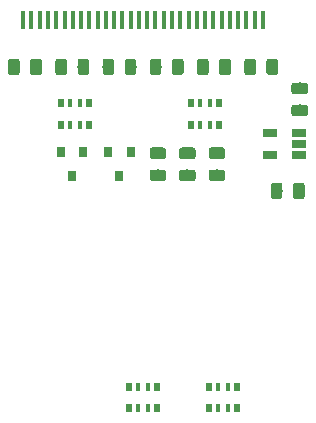
<source format=gbr>
G04 #@! TF.GenerationSoftware,KiCad,Pcbnew,(5.0.2)-1*
G04 #@! TF.CreationDate,2019-03-24T20:45:22+01:00*
G04 #@! TF.ProjectId,TaggerKeypadDisplay,54616767-6572-44b6-9579-706164446973,rev?*
G04 #@! TF.SameCoordinates,Original*
G04 #@! TF.FileFunction,Paste,Top*
G04 #@! TF.FilePolarity,Positive*
%FSLAX46Y46*%
G04 Gerber Fmt 4.6, Leading zero omitted, Abs format (unit mm)*
G04 Created by KiCad (PCBNEW (5.0.2)-1) date 24.03.2019 20:45:22*
%MOMM*%
%LPD*%
G01*
G04 APERTURE LIST*
%ADD10C,0.100000*%
%ADD11C,0.975000*%
%ADD12R,0.800000X0.900000*%
%ADD13R,0.500000X0.800000*%
%ADD14R,0.400000X0.800000*%
%ADD15R,1.170000X0.670000*%
%ADD16R,0.350000X1.600000*%
G04 APERTURE END LIST*
D10*
G04 #@! TO.C,C1*
G36*
X62730142Y-49326174D02*
X62753803Y-49329684D01*
X62777007Y-49335496D01*
X62799529Y-49343554D01*
X62821153Y-49353782D01*
X62841670Y-49366079D01*
X62860883Y-49380329D01*
X62878607Y-49396393D01*
X62894671Y-49414117D01*
X62908921Y-49433330D01*
X62921218Y-49453847D01*
X62931446Y-49475471D01*
X62939504Y-49497993D01*
X62945316Y-49521197D01*
X62948826Y-49544858D01*
X62950000Y-49568750D01*
X62950000Y-50056250D01*
X62948826Y-50080142D01*
X62945316Y-50103803D01*
X62939504Y-50127007D01*
X62931446Y-50149529D01*
X62921218Y-50171153D01*
X62908921Y-50191670D01*
X62894671Y-50210883D01*
X62878607Y-50228607D01*
X62860883Y-50244671D01*
X62841670Y-50258921D01*
X62821153Y-50271218D01*
X62799529Y-50281446D01*
X62777007Y-50289504D01*
X62753803Y-50295316D01*
X62730142Y-50298826D01*
X62706250Y-50300000D01*
X61793750Y-50300000D01*
X61769858Y-50298826D01*
X61746197Y-50295316D01*
X61722993Y-50289504D01*
X61700471Y-50281446D01*
X61678847Y-50271218D01*
X61658330Y-50258921D01*
X61639117Y-50244671D01*
X61621393Y-50228607D01*
X61605329Y-50210883D01*
X61591079Y-50191670D01*
X61578782Y-50171153D01*
X61568554Y-50149529D01*
X61560496Y-50127007D01*
X61554684Y-50103803D01*
X61551174Y-50080142D01*
X61550000Y-50056250D01*
X61550000Y-49568750D01*
X61551174Y-49544858D01*
X61554684Y-49521197D01*
X61560496Y-49497993D01*
X61568554Y-49475471D01*
X61578782Y-49453847D01*
X61591079Y-49433330D01*
X61605329Y-49414117D01*
X61621393Y-49396393D01*
X61639117Y-49380329D01*
X61658330Y-49366079D01*
X61678847Y-49353782D01*
X61700471Y-49343554D01*
X61722993Y-49335496D01*
X61746197Y-49329684D01*
X61769858Y-49326174D01*
X61793750Y-49325000D01*
X62706250Y-49325000D01*
X62730142Y-49326174D01*
X62730142Y-49326174D01*
G37*
D11*
X62250000Y-49812500D03*
D10*
G36*
X62730142Y-51201174D02*
X62753803Y-51204684D01*
X62777007Y-51210496D01*
X62799529Y-51218554D01*
X62821153Y-51228782D01*
X62841670Y-51241079D01*
X62860883Y-51255329D01*
X62878607Y-51271393D01*
X62894671Y-51289117D01*
X62908921Y-51308330D01*
X62921218Y-51328847D01*
X62931446Y-51350471D01*
X62939504Y-51372993D01*
X62945316Y-51396197D01*
X62948826Y-51419858D01*
X62950000Y-51443750D01*
X62950000Y-51931250D01*
X62948826Y-51955142D01*
X62945316Y-51978803D01*
X62939504Y-52002007D01*
X62931446Y-52024529D01*
X62921218Y-52046153D01*
X62908921Y-52066670D01*
X62894671Y-52085883D01*
X62878607Y-52103607D01*
X62860883Y-52119671D01*
X62841670Y-52133921D01*
X62821153Y-52146218D01*
X62799529Y-52156446D01*
X62777007Y-52164504D01*
X62753803Y-52170316D01*
X62730142Y-52173826D01*
X62706250Y-52175000D01*
X61793750Y-52175000D01*
X61769858Y-52173826D01*
X61746197Y-52170316D01*
X61722993Y-52164504D01*
X61700471Y-52156446D01*
X61678847Y-52146218D01*
X61658330Y-52133921D01*
X61639117Y-52119671D01*
X61621393Y-52103607D01*
X61605329Y-52085883D01*
X61591079Y-52066670D01*
X61578782Y-52046153D01*
X61568554Y-52024529D01*
X61560496Y-52002007D01*
X61554684Y-51978803D01*
X61551174Y-51955142D01*
X61550000Y-51931250D01*
X61550000Y-51443750D01*
X61551174Y-51419858D01*
X61554684Y-51396197D01*
X61560496Y-51372993D01*
X61568554Y-51350471D01*
X61578782Y-51328847D01*
X61591079Y-51308330D01*
X61605329Y-51289117D01*
X61621393Y-51271393D01*
X61639117Y-51255329D01*
X61658330Y-51241079D01*
X61678847Y-51228782D01*
X61700471Y-51218554D01*
X61722993Y-51210496D01*
X61746197Y-51204684D01*
X61769858Y-51201174D01*
X61793750Y-51200000D01*
X62706250Y-51200000D01*
X62730142Y-51201174D01*
X62730142Y-51201174D01*
G37*
D11*
X62250000Y-51687500D03*
G04 #@! TD*
D10*
G04 #@! TO.C,C2*
G36*
X60580142Y-57801174D02*
X60603803Y-57804684D01*
X60627007Y-57810496D01*
X60649529Y-57818554D01*
X60671153Y-57828782D01*
X60691670Y-57841079D01*
X60710883Y-57855329D01*
X60728607Y-57871393D01*
X60744671Y-57889117D01*
X60758921Y-57908330D01*
X60771218Y-57928847D01*
X60781446Y-57950471D01*
X60789504Y-57972993D01*
X60795316Y-57996197D01*
X60798826Y-58019858D01*
X60800000Y-58043750D01*
X60800000Y-58956250D01*
X60798826Y-58980142D01*
X60795316Y-59003803D01*
X60789504Y-59027007D01*
X60781446Y-59049529D01*
X60771218Y-59071153D01*
X60758921Y-59091670D01*
X60744671Y-59110883D01*
X60728607Y-59128607D01*
X60710883Y-59144671D01*
X60691670Y-59158921D01*
X60671153Y-59171218D01*
X60649529Y-59181446D01*
X60627007Y-59189504D01*
X60603803Y-59195316D01*
X60580142Y-59198826D01*
X60556250Y-59200000D01*
X60068750Y-59200000D01*
X60044858Y-59198826D01*
X60021197Y-59195316D01*
X59997993Y-59189504D01*
X59975471Y-59181446D01*
X59953847Y-59171218D01*
X59933330Y-59158921D01*
X59914117Y-59144671D01*
X59896393Y-59128607D01*
X59880329Y-59110883D01*
X59866079Y-59091670D01*
X59853782Y-59071153D01*
X59843554Y-59049529D01*
X59835496Y-59027007D01*
X59829684Y-59003803D01*
X59826174Y-58980142D01*
X59825000Y-58956250D01*
X59825000Y-58043750D01*
X59826174Y-58019858D01*
X59829684Y-57996197D01*
X59835496Y-57972993D01*
X59843554Y-57950471D01*
X59853782Y-57928847D01*
X59866079Y-57908330D01*
X59880329Y-57889117D01*
X59896393Y-57871393D01*
X59914117Y-57855329D01*
X59933330Y-57841079D01*
X59953847Y-57828782D01*
X59975471Y-57818554D01*
X59997993Y-57810496D01*
X60021197Y-57804684D01*
X60044858Y-57801174D01*
X60068750Y-57800000D01*
X60556250Y-57800000D01*
X60580142Y-57801174D01*
X60580142Y-57801174D01*
G37*
D11*
X60312500Y-58500000D03*
D10*
G36*
X62455142Y-57801174D02*
X62478803Y-57804684D01*
X62502007Y-57810496D01*
X62524529Y-57818554D01*
X62546153Y-57828782D01*
X62566670Y-57841079D01*
X62585883Y-57855329D01*
X62603607Y-57871393D01*
X62619671Y-57889117D01*
X62633921Y-57908330D01*
X62646218Y-57928847D01*
X62656446Y-57950471D01*
X62664504Y-57972993D01*
X62670316Y-57996197D01*
X62673826Y-58019858D01*
X62675000Y-58043750D01*
X62675000Y-58956250D01*
X62673826Y-58980142D01*
X62670316Y-59003803D01*
X62664504Y-59027007D01*
X62656446Y-59049529D01*
X62646218Y-59071153D01*
X62633921Y-59091670D01*
X62619671Y-59110883D01*
X62603607Y-59128607D01*
X62585883Y-59144671D01*
X62566670Y-59158921D01*
X62546153Y-59171218D01*
X62524529Y-59181446D01*
X62502007Y-59189504D01*
X62478803Y-59195316D01*
X62455142Y-59198826D01*
X62431250Y-59200000D01*
X61943750Y-59200000D01*
X61919858Y-59198826D01*
X61896197Y-59195316D01*
X61872993Y-59189504D01*
X61850471Y-59181446D01*
X61828847Y-59171218D01*
X61808330Y-59158921D01*
X61789117Y-59144671D01*
X61771393Y-59128607D01*
X61755329Y-59110883D01*
X61741079Y-59091670D01*
X61728782Y-59071153D01*
X61718554Y-59049529D01*
X61710496Y-59027007D01*
X61704684Y-59003803D01*
X61701174Y-58980142D01*
X61700000Y-58956250D01*
X61700000Y-58043750D01*
X61701174Y-58019858D01*
X61704684Y-57996197D01*
X61710496Y-57972993D01*
X61718554Y-57950471D01*
X61728782Y-57928847D01*
X61741079Y-57908330D01*
X61755329Y-57889117D01*
X61771393Y-57871393D01*
X61789117Y-57855329D01*
X61808330Y-57841079D01*
X61828847Y-57828782D01*
X61850471Y-57818554D01*
X61872993Y-57810496D01*
X61896197Y-57804684D01*
X61919858Y-57801174D01*
X61943750Y-57800000D01*
X62431250Y-57800000D01*
X62455142Y-57801174D01*
X62455142Y-57801174D01*
G37*
D11*
X62187500Y-58500000D03*
G04 #@! TD*
D10*
G04 #@! TO.C,C3*
G36*
X40205142Y-47301174D02*
X40228803Y-47304684D01*
X40252007Y-47310496D01*
X40274529Y-47318554D01*
X40296153Y-47328782D01*
X40316670Y-47341079D01*
X40335883Y-47355329D01*
X40353607Y-47371393D01*
X40369671Y-47389117D01*
X40383921Y-47408330D01*
X40396218Y-47428847D01*
X40406446Y-47450471D01*
X40414504Y-47472993D01*
X40420316Y-47496197D01*
X40423826Y-47519858D01*
X40425000Y-47543750D01*
X40425000Y-48456250D01*
X40423826Y-48480142D01*
X40420316Y-48503803D01*
X40414504Y-48527007D01*
X40406446Y-48549529D01*
X40396218Y-48571153D01*
X40383921Y-48591670D01*
X40369671Y-48610883D01*
X40353607Y-48628607D01*
X40335883Y-48644671D01*
X40316670Y-48658921D01*
X40296153Y-48671218D01*
X40274529Y-48681446D01*
X40252007Y-48689504D01*
X40228803Y-48695316D01*
X40205142Y-48698826D01*
X40181250Y-48700000D01*
X39693750Y-48700000D01*
X39669858Y-48698826D01*
X39646197Y-48695316D01*
X39622993Y-48689504D01*
X39600471Y-48681446D01*
X39578847Y-48671218D01*
X39558330Y-48658921D01*
X39539117Y-48644671D01*
X39521393Y-48628607D01*
X39505329Y-48610883D01*
X39491079Y-48591670D01*
X39478782Y-48571153D01*
X39468554Y-48549529D01*
X39460496Y-48527007D01*
X39454684Y-48503803D01*
X39451174Y-48480142D01*
X39450000Y-48456250D01*
X39450000Y-47543750D01*
X39451174Y-47519858D01*
X39454684Y-47496197D01*
X39460496Y-47472993D01*
X39468554Y-47450471D01*
X39478782Y-47428847D01*
X39491079Y-47408330D01*
X39505329Y-47389117D01*
X39521393Y-47371393D01*
X39539117Y-47355329D01*
X39558330Y-47341079D01*
X39578847Y-47328782D01*
X39600471Y-47318554D01*
X39622993Y-47310496D01*
X39646197Y-47304684D01*
X39669858Y-47301174D01*
X39693750Y-47300000D01*
X40181250Y-47300000D01*
X40205142Y-47301174D01*
X40205142Y-47301174D01*
G37*
D11*
X39937500Y-48000000D03*
D10*
G36*
X38330142Y-47301174D02*
X38353803Y-47304684D01*
X38377007Y-47310496D01*
X38399529Y-47318554D01*
X38421153Y-47328782D01*
X38441670Y-47341079D01*
X38460883Y-47355329D01*
X38478607Y-47371393D01*
X38494671Y-47389117D01*
X38508921Y-47408330D01*
X38521218Y-47428847D01*
X38531446Y-47450471D01*
X38539504Y-47472993D01*
X38545316Y-47496197D01*
X38548826Y-47519858D01*
X38550000Y-47543750D01*
X38550000Y-48456250D01*
X38548826Y-48480142D01*
X38545316Y-48503803D01*
X38539504Y-48527007D01*
X38531446Y-48549529D01*
X38521218Y-48571153D01*
X38508921Y-48591670D01*
X38494671Y-48610883D01*
X38478607Y-48628607D01*
X38460883Y-48644671D01*
X38441670Y-48658921D01*
X38421153Y-48671218D01*
X38399529Y-48681446D01*
X38377007Y-48689504D01*
X38353803Y-48695316D01*
X38330142Y-48698826D01*
X38306250Y-48700000D01*
X37818750Y-48700000D01*
X37794858Y-48698826D01*
X37771197Y-48695316D01*
X37747993Y-48689504D01*
X37725471Y-48681446D01*
X37703847Y-48671218D01*
X37683330Y-48658921D01*
X37664117Y-48644671D01*
X37646393Y-48628607D01*
X37630329Y-48610883D01*
X37616079Y-48591670D01*
X37603782Y-48571153D01*
X37593554Y-48549529D01*
X37585496Y-48527007D01*
X37579684Y-48503803D01*
X37576174Y-48480142D01*
X37575000Y-48456250D01*
X37575000Y-47543750D01*
X37576174Y-47519858D01*
X37579684Y-47496197D01*
X37585496Y-47472993D01*
X37593554Y-47450471D01*
X37603782Y-47428847D01*
X37616079Y-47408330D01*
X37630329Y-47389117D01*
X37646393Y-47371393D01*
X37664117Y-47355329D01*
X37683330Y-47341079D01*
X37703847Y-47328782D01*
X37725471Y-47318554D01*
X37747993Y-47310496D01*
X37771197Y-47304684D01*
X37794858Y-47301174D01*
X37818750Y-47300000D01*
X38306250Y-47300000D01*
X38330142Y-47301174D01*
X38330142Y-47301174D01*
G37*
D11*
X38062500Y-48000000D03*
G04 #@! TD*
D10*
G04 #@! TO.C,C4*
G36*
X42330142Y-47301174D02*
X42353803Y-47304684D01*
X42377007Y-47310496D01*
X42399529Y-47318554D01*
X42421153Y-47328782D01*
X42441670Y-47341079D01*
X42460883Y-47355329D01*
X42478607Y-47371393D01*
X42494671Y-47389117D01*
X42508921Y-47408330D01*
X42521218Y-47428847D01*
X42531446Y-47450471D01*
X42539504Y-47472993D01*
X42545316Y-47496197D01*
X42548826Y-47519858D01*
X42550000Y-47543750D01*
X42550000Y-48456250D01*
X42548826Y-48480142D01*
X42545316Y-48503803D01*
X42539504Y-48527007D01*
X42531446Y-48549529D01*
X42521218Y-48571153D01*
X42508921Y-48591670D01*
X42494671Y-48610883D01*
X42478607Y-48628607D01*
X42460883Y-48644671D01*
X42441670Y-48658921D01*
X42421153Y-48671218D01*
X42399529Y-48681446D01*
X42377007Y-48689504D01*
X42353803Y-48695316D01*
X42330142Y-48698826D01*
X42306250Y-48700000D01*
X41818750Y-48700000D01*
X41794858Y-48698826D01*
X41771197Y-48695316D01*
X41747993Y-48689504D01*
X41725471Y-48681446D01*
X41703847Y-48671218D01*
X41683330Y-48658921D01*
X41664117Y-48644671D01*
X41646393Y-48628607D01*
X41630329Y-48610883D01*
X41616079Y-48591670D01*
X41603782Y-48571153D01*
X41593554Y-48549529D01*
X41585496Y-48527007D01*
X41579684Y-48503803D01*
X41576174Y-48480142D01*
X41575000Y-48456250D01*
X41575000Y-47543750D01*
X41576174Y-47519858D01*
X41579684Y-47496197D01*
X41585496Y-47472993D01*
X41593554Y-47450471D01*
X41603782Y-47428847D01*
X41616079Y-47408330D01*
X41630329Y-47389117D01*
X41646393Y-47371393D01*
X41664117Y-47355329D01*
X41683330Y-47341079D01*
X41703847Y-47328782D01*
X41725471Y-47318554D01*
X41747993Y-47310496D01*
X41771197Y-47304684D01*
X41794858Y-47301174D01*
X41818750Y-47300000D01*
X42306250Y-47300000D01*
X42330142Y-47301174D01*
X42330142Y-47301174D01*
G37*
D11*
X42062500Y-48000000D03*
D10*
G36*
X44205142Y-47301174D02*
X44228803Y-47304684D01*
X44252007Y-47310496D01*
X44274529Y-47318554D01*
X44296153Y-47328782D01*
X44316670Y-47341079D01*
X44335883Y-47355329D01*
X44353607Y-47371393D01*
X44369671Y-47389117D01*
X44383921Y-47408330D01*
X44396218Y-47428847D01*
X44406446Y-47450471D01*
X44414504Y-47472993D01*
X44420316Y-47496197D01*
X44423826Y-47519858D01*
X44425000Y-47543750D01*
X44425000Y-48456250D01*
X44423826Y-48480142D01*
X44420316Y-48503803D01*
X44414504Y-48527007D01*
X44406446Y-48549529D01*
X44396218Y-48571153D01*
X44383921Y-48591670D01*
X44369671Y-48610883D01*
X44353607Y-48628607D01*
X44335883Y-48644671D01*
X44316670Y-48658921D01*
X44296153Y-48671218D01*
X44274529Y-48681446D01*
X44252007Y-48689504D01*
X44228803Y-48695316D01*
X44205142Y-48698826D01*
X44181250Y-48700000D01*
X43693750Y-48700000D01*
X43669858Y-48698826D01*
X43646197Y-48695316D01*
X43622993Y-48689504D01*
X43600471Y-48681446D01*
X43578847Y-48671218D01*
X43558330Y-48658921D01*
X43539117Y-48644671D01*
X43521393Y-48628607D01*
X43505329Y-48610883D01*
X43491079Y-48591670D01*
X43478782Y-48571153D01*
X43468554Y-48549529D01*
X43460496Y-48527007D01*
X43454684Y-48503803D01*
X43451174Y-48480142D01*
X43450000Y-48456250D01*
X43450000Y-47543750D01*
X43451174Y-47519858D01*
X43454684Y-47496197D01*
X43460496Y-47472993D01*
X43468554Y-47450471D01*
X43478782Y-47428847D01*
X43491079Y-47408330D01*
X43505329Y-47389117D01*
X43521393Y-47371393D01*
X43539117Y-47355329D01*
X43558330Y-47341079D01*
X43578847Y-47328782D01*
X43600471Y-47318554D01*
X43622993Y-47310496D01*
X43646197Y-47304684D01*
X43669858Y-47301174D01*
X43693750Y-47300000D01*
X44181250Y-47300000D01*
X44205142Y-47301174D01*
X44205142Y-47301174D01*
G37*
D11*
X43937500Y-48000000D03*
G04 #@! TD*
D10*
G04 #@! TO.C,C5*
G36*
X48205142Y-47301174D02*
X48228803Y-47304684D01*
X48252007Y-47310496D01*
X48274529Y-47318554D01*
X48296153Y-47328782D01*
X48316670Y-47341079D01*
X48335883Y-47355329D01*
X48353607Y-47371393D01*
X48369671Y-47389117D01*
X48383921Y-47408330D01*
X48396218Y-47428847D01*
X48406446Y-47450471D01*
X48414504Y-47472993D01*
X48420316Y-47496197D01*
X48423826Y-47519858D01*
X48425000Y-47543750D01*
X48425000Y-48456250D01*
X48423826Y-48480142D01*
X48420316Y-48503803D01*
X48414504Y-48527007D01*
X48406446Y-48549529D01*
X48396218Y-48571153D01*
X48383921Y-48591670D01*
X48369671Y-48610883D01*
X48353607Y-48628607D01*
X48335883Y-48644671D01*
X48316670Y-48658921D01*
X48296153Y-48671218D01*
X48274529Y-48681446D01*
X48252007Y-48689504D01*
X48228803Y-48695316D01*
X48205142Y-48698826D01*
X48181250Y-48700000D01*
X47693750Y-48700000D01*
X47669858Y-48698826D01*
X47646197Y-48695316D01*
X47622993Y-48689504D01*
X47600471Y-48681446D01*
X47578847Y-48671218D01*
X47558330Y-48658921D01*
X47539117Y-48644671D01*
X47521393Y-48628607D01*
X47505329Y-48610883D01*
X47491079Y-48591670D01*
X47478782Y-48571153D01*
X47468554Y-48549529D01*
X47460496Y-48527007D01*
X47454684Y-48503803D01*
X47451174Y-48480142D01*
X47450000Y-48456250D01*
X47450000Y-47543750D01*
X47451174Y-47519858D01*
X47454684Y-47496197D01*
X47460496Y-47472993D01*
X47468554Y-47450471D01*
X47478782Y-47428847D01*
X47491079Y-47408330D01*
X47505329Y-47389117D01*
X47521393Y-47371393D01*
X47539117Y-47355329D01*
X47558330Y-47341079D01*
X47578847Y-47328782D01*
X47600471Y-47318554D01*
X47622993Y-47310496D01*
X47646197Y-47304684D01*
X47669858Y-47301174D01*
X47693750Y-47300000D01*
X48181250Y-47300000D01*
X48205142Y-47301174D01*
X48205142Y-47301174D01*
G37*
D11*
X47937500Y-48000000D03*
D10*
G36*
X46330142Y-47301174D02*
X46353803Y-47304684D01*
X46377007Y-47310496D01*
X46399529Y-47318554D01*
X46421153Y-47328782D01*
X46441670Y-47341079D01*
X46460883Y-47355329D01*
X46478607Y-47371393D01*
X46494671Y-47389117D01*
X46508921Y-47408330D01*
X46521218Y-47428847D01*
X46531446Y-47450471D01*
X46539504Y-47472993D01*
X46545316Y-47496197D01*
X46548826Y-47519858D01*
X46550000Y-47543750D01*
X46550000Y-48456250D01*
X46548826Y-48480142D01*
X46545316Y-48503803D01*
X46539504Y-48527007D01*
X46531446Y-48549529D01*
X46521218Y-48571153D01*
X46508921Y-48591670D01*
X46494671Y-48610883D01*
X46478607Y-48628607D01*
X46460883Y-48644671D01*
X46441670Y-48658921D01*
X46421153Y-48671218D01*
X46399529Y-48681446D01*
X46377007Y-48689504D01*
X46353803Y-48695316D01*
X46330142Y-48698826D01*
X46306250Y-48700000D01*
X45818750Y-48700000D01*
X45794858Y-48698826D01*
X45771197Y-48695316D01*
X45747993Y-48689504D01*
X45725471Y-48681446D01*
X45703847Y-48671218D01*
X45683330Y-48658921D01*
X45664117Y-48644671D01*
X45646393Y-48628607D01*
X45630329Y-48610883D01*
X45616079Y-48591670D01*
X45603782Y-48571153D01*
X45593554Y-48549529D01*
X45585496Y-48527007D01*
X45579684Y-48503803D01*
X45576174Y-48480142D01*
X45575000Y-48456250D01*
X45575000Y-47543750D01*
X45576174Y-47519858D01*
X45579684Y-47496197D01*
X45585496Y-47472993D01*
X45593554Y-47450471D01*
X45603782Y-47428847D01*
X45616079Y-47408330D01*
X45630329Y-47389117D01*
X45646393Y-47371393D01*
X45664117Y-47355329D01*
X45683330Y-47341079D01*
X45703847Y-47328782D01*
X45725471Y-47318554D01*
X45747993Y-47310496D01*
X45771197Y-47304684D01*
X45794858Y-47301174D01*
X45818750Y-47300000D01*
X46306250Y-47300000D01*
X46330142Y-47301174D01*
X46330142Y-47301174D01*
G37*
D11*
X46062500Y-48000000D03*
G04 #@! TD*
D10*
G04 #@! TO.C,C6*
G36*
X50330142Y-47301174D02*
X50353803Y-47304684D01*
X50377007Y-47310496D01*
X50399529Y-47318554D01*
X50421153Y-47328782D01*
X50441670Y-47341079D01*
X50460883Y-47355329D01*
X50478607Y-47371393D01*
X50494671Y-47389117D01*
X50508921Y-47408330D01*
X50521218Y-47428847D01*
X50531446Y-47450471D01*
X50539504Y-47472993D01*
X50545316Y-47496197D01*
X50548826Y-47519858D01*
X50550000Y-47543750D01*
X50550000Y-48456250D01*
X50548826Y-48480142D01*
X50545316Y-48503803D01*
X50539504Y-48527007D01*
X50531446Y-48549529D01*
X50521218Y-48571153D01*
X50508921Y-48591670D01*
X50494671Y-48610883D01*
X50478607Y-48628607D01*
X50460883Y-48644671D01*
X50441670Y-48658921D01*
X50421153Y-48671218D01*
X50399529Y-48681446D01*
X50377007Y-48689504D01*
X50353803Y-48695316D01*
X50330142Y-48698826D01*
X50306250Y-48700000D01*
X49818750Y-48700000D01*
X49794858Y-48698826D01*
X49771197Y-48695316D01*
X49747993Y-48689504D01*
X49725471Y-48681446D01*
X49703847Y-48671218D01*
X49683330Y-48658921D01*
X49664117Y-48644671D01*
X49646393Y-48628607D01*
X49630329Y-48610883D01*
X49616079Y-48591670D01*
X49603782Y-48571153D01*
X49593554Y-48549529D01*
X49585496Y-48527007D01*
X49579684Y-48503803D01*
X49576174Y-48480142D01*
X49575000Y-48456250D01*
X49575000Y-47543750D01*
X49576174Y-47519858D01*
X49579684Y-47496197D01*
X49585496Y-47472993D01*
X49593554Y-47450471D01*
X49603782Y-47428847D01*
X49616079Y-47408330D01*
X49630329Y-47389117D01*
X49646393Y-47371393D01*
X49664117Y-47355329D01*
X49683330Y-47341079D01*
X49703847Y-47328782D01*
X49725471Y-47318554D01*
X49747993Y-47310496D01*
X49771197Y-47304684D01*
X49794858Y-47301174D01*
X49818750Y-47300000D01*
X50306250Y-47300000D01*
X50330142Y-47301174D01*
X50330142Y-47301174D01*
G37*
D11*
X50062500Y-48000000D03*
D10*
G36*
X52205142Y-47301174D02*
X52228803Y-47304684D01*
X52252007Y-47310496D01*
X52274529Y-47318554D01*
X52296153Y-47328782D01*
X52316670Y-47341079D01*
X52335883Y-47355329D01*
X52353607Y-47371393D01*
X52369671Y-47389117D01*
X52383921Y-47408330D01*
X52396218Y-47428847D01*
X52406446Y-47450471D01*
X52414504Y-47472993D01*
X52420316Y-47496197D01*
X52423826Y-47519858D01*
X52425000Y-47543750D01*
X52425000Y-48456250D01*
X52423826Y-48480142D01*
X52420316Y-48503803D01*
X52414504Y-48527007D01*
X52406446Y-48549529D01*
X52396218Y-48571153D01*
X52383921Y-48591670D01*
X52369671Y-48610883D01*
X52353607Y-48628607D01*
X52335883Y-48644671D01*
X52316670Y-48658921D01*
X52296153Y-48671218D01*
X52274529Y-48681446D01*
X52252007Y-48689504D01*
X52228803Y-48695316D01*
X52205142Y-48698826D01*
X52181250Y-48700000D01*
X51693750Y-48700000D01*
X51669858Y-48698826D01*
X51646197Y-48695316D01*
X51622993Y-48689504D01*
X51600471Y-48681446D01*
X51578847Y-48671218D01*
X51558330Y-48658921D01*
X51539117Y-48644671D01*
X51521393Y-48628607D01*
X51505329Y-48610883D01*
X51491079Y-48591670D01*
X51478782Y-48571153D01*
X51468554Y-48549529D01*
X51460496Y-48527007D01*
X51454684Y-48503803D01*
X51451174Y-48480142D01*
X51450000Y-48456250D01*
X51450000Y-47543750D01*
X51451174Y-47519858D01*
X51454684Y-47496197D01*
X51460496Y-47472993D01*
X51468554Y-47450471D01*
X51478782Y-47428847D01*
X51491079Y-47408330D01*
X51505329Y-47389117D01*
X51521393Y-47371393D01*
X51539117Y-47355329D01*
X51558330Y-47341079D01*
X51578847Y-47328782D01*
X51600471Y-47318554D01*
X51622993Y-47310496D01*
X51646197Y-47304684D01*
X51669858Y-47301174D01*
X51693750Y-47300000D01*
X52181250Y-47300000D01*
X52205142Y-47301174D01*
X52205142Y-47301174D01*
G37*
D11*
X51937500Y-48000000D03*
G04 #@! TD*
D10*
G04 #@! TO.C,C7*
G36*
X56205142Y-47301174D02*
X56228803Y-47304684D01*
X56252007Y-47310496D01*
X56274529Y-47318554D01*
X56296153Y-47328782D01*
X56316670Y-47341079D01*
X56335883Y-47355329D01*
X56353607Y-47371393D01*
X56369671Y-47389117D01*
X56383921Y-47408330D01*
X56396218Y-47428847D01*
X56406446Y-47450471D01*
X56414504Y-47472993D01*
X56420316Y-47496197D01*
X56423826Y-47519858D01*
X56425000Y-47543750D01*
X56425000Y-48456250D01*
X56423826Y-48480142D01*
X56420316Y-48503803D01*
X56414504Y-48527007D01*
X56406446Y-48549529D01*
X56396218Y-48571153D01*
X56383921Y-48591670D01*
X56369671Y-48610883D01*
X56353607Y-48628607D01*
X56335883Y-48644671D01*
X56316670Y-48658921D01*
X56296153Y-48671218D01*
X56274529Y-48681446D01*
X56252007Y-48689504D01*
X56228803Y-48695316D01*
X56205142Y-48698826D01*
X56181250Y-48700000D01*
X55693750Y-48700000D01*
X55669858Y-48698826D01*
X55646197Y-48695316D01*
X55622993Y-48689504D01*
X55600471Y-48681446D01*
X55578847Y-48671218D01*
X55558330Y-48658921D01*
X55539117Y-48644671D01*
X55521393Y-48628607D01*
X55505329Y-48610883D01*
X55491079Y-48591670D01*
X55478782Y-48571153D01*
X55468554Y-48549529D01*
X55460496Y-48527007D01*
X55454684Y-48503803D01*
X55451174Y-48480142D01*
X55450000Y-48456250D01*
X55450000Y-47543750D01*
X55451174Y-47519858D01*
X55454684Y-47496197D01*
X55460496Y-47472993D01*
X55468554Y-47450471D01*
X55478782Y-47428847D01*
X55491079Y-47408330D01*
X55505329Y-47389117D01*
X55521393Y-47371393D01*
X55539117Y-47355329D01*
X55558330Y-47341079D01*
X55578847Y-47328782D01*
X55600471Y-47318554D01*
X55622993Y-47310496D01*
X55646197Y-47304684D01*
X55669858Y-47301174D01*
X55693750Y-47300000D01*
X56181250Y-47300000D01*
X56205142Y-47301174D01*
X56205142Y-47301174D01*
G37*
D11*
X55937500Y-48000000D03*
D10*
G36*
X54330142Y-47301174D02*
X54353803Y-47304684D01*
X54377007Y-47310496D01*
X54399529Y-47318554D01*
X54421153Y-47328782D01*
X54441670Y-47341079D01*
X54460883Y-47355329D01*
X54478607Y-47371393D01*
X54494671Y-47389117D01*
X54508921Y-47408330D01*
X54521218Y-47428847D01*
X54531446Y-47450471D01*
X54539504Y-47472993D01*
X54545316Y-47496197D01*
X54548826Y-47519858D01*
X54550000Y-47543750D01*
X54550000Y-48456250D01*
X54548826Y-48480142D01*
X54545316Y-48503803D01*
X54539504Y-48527007D01*
X54531446Y-48549529D01*
X54521218Y-48571153D01*
X54508921Y-48591670D01*
X54494671Y-48610883D01*
X54478607Y-48628607D01*
X54460883Y-48644671D01*
X54441670Y-48658921D01*
X54421153Y-48671218D01*
X54399529Y-48681446D01*
X54377007Y-48689504D01*
X54353803Y-48695316D01*
X54330142Y-48698826D01*
X54306250Y-48700000D01*
X53818750Y-48700000D01*
X53794858Y-48698826D01*
X53771197Y-48695316D01*
X53747993Y-48689504D01*
X53725471Y-48681446D01*
X53703847Y-48671218D01*
X53683330Y-48658921D01*
X53664117Y-48644671D01*
X53646393Y-48628607D01*
X53630329Y-48610883D01*
X53616079Y-48591670D01*
X53603782Y-48571153D01*
X53593554Y-48549529D01*
X53585496Y-48527007D01*
X53579684Y-48503803D01*
X53576174Y-48480142D01*
X53575000Y-48456250D01*
X53575000Y-47543750D01*
X53576174Y-47519858D01*
X53579684Y-47496197D01*
X53585496Y-47472993D01*
X53593554Y-47450471D01*
X53603782Y-47428847D01*
X53616079Y-47408330D01*
X53630329Y-47389117D01*
X53646393Y-47371393D01*
X53664117Y-47355329D01*
X53683330Y-47341079D01*
X53703847Y-47328782D01*
X53725471Y-47318554D01*
X53747993Y-47310496D01*
X53771197Y-47304684D01*
X53794858Y-47301174D01*
X53818750Y-47300000D01*
X54306250Y-47300000D01*
X54330142Y-47301174D01*
X54330142Y-47301174D01*
G37*
D11*
X54062500Y-48000000D03*
G04 #@! TD*
D10*
G04 #@! TO.C,C8*
G36*
X58330142Y-47301174D02*
X58353803Y-47304684D01*
X58377007Y-47310496D01*
X58399529Y-47318554D01*
X58421153Y-47328782D01*
X58441670Y-47341079D01*
X58460883Y-47355329D01*
X58478607Y-47371393D01*
X58494671Y-47389117D01*
X58508921Y-47408330D01*
X58521218Y-47428847D01*
X58531446Y-47450471D01*
X58539504Y-47472993D01*
X58545316Y-47496197D01*
X58548826Y-47519858D01*
X58550000Y-47543750D01*
X58550000Y-48456250D01*
X58548826Y-48480142D01*
X58545316Y-48503803D01*
X58539504Y-48527007D01*
X58531446Y-48549529D01*
X58521218Y-48571153D01*
X58508921Y-48591670D01*
X58494671Y-48610883D01*
X58478607Y-48628607D01*
X58460883Y-48644671D01*
X58441670Y-48658921D01*
X58421153Y-48671218D01*
X58399529Y-48681446D01*
X58377007Y-48689504D01*
X58353803Y-48695316D01*
X58330142Y-48698826D01*
X58306250Y-48700000D01*
X57818750Y-48700000D01*
X57794858Y-48698826D01*
X57771197Y-48695316D01*
X57747993Y-48689504D01*
X57725471Y-48681446D01*
X57703847Y-48671218D01*
X57683330Y-48658921D01*
X57664117Y-48644671D01*
X57646393Y-48628607D01*
X57630329Y-48610883D01*
X57616079Y-48591670D01*
X57603782Y-48571153D01*
X57593554Y-48549529D01*
X57585496Y-48527007D01*
X57579684Y-48503803D01*
X57576174Y-48480142D01*
X57575000Y-48456250D01*
X57575000Y-47543750D01*
X57576174Y-47519858D01*
X57579684Y-47496197D01*
X57585496Y-47472993D01*
X57593554Y-47450471D01*
X57603782Y-47428847D01*
X57616079Y-47408330D01*
X57630329Y-47389117D01*
X57646393Y-47371393D01*
X57664117Y-47355329D01*
X57683330Y-47341079D01*
X57703847Y-47328782D01*
X57725471Y-47318554D01*
X57747993Y-47310496D01*
X57771197Y-47304684D01*
X57794858Y-47301174D01*
X57818750Y-47300000D01*
X58306250Y-47300000D01*
X58330142Y-47301174D01*
X58330142Y-47301174D01*
G37*
D11*
X58062500Y-48000000D03*
D10*
G36*
X60205142Y-47301174D02*
X60228803Y-47304684D01*
X60252007Y-47310496D01*
X60274529Y-47318554D01*
X60296153Y-47328782D01*
X60316670Y-47341079D01*
X60335883Y-47355329D01*
X60353607Y-47371393D01*
X60369671Y-47389117D01*
X60383921Y-47408330D01*
X60396218Y-47428847D01*
X60406446Y-47450471D01*
X60414504Y-47472993D01*
X60420316Y-47496197D01*
X60423826Y-47519858D01*
X60425000Y-47543750D01*
X60425000Y-48456250D01*
X60423826Y-48480142D01*
X60420316Y-48503803D01*
X60414504Y-48527007D01*
X60406446Y-48549529D01*
X60396218Y-48571153D01*
X60383921Y-48591670D01*
X60369671Y-48610883D01*
X60353607Y-48628607D01*
X60335883Y-48644671D01*
X60316670Y-48658921D01*
X60296153Y-48671218D01*
X60274529Y-48681446D01*
X60252007Y-48689504D01*
X60228803Y-48695316D01*
X60205142Y-48698826D01*
X60181250Y-48700000D01*
X59693750Y-48700000D01*
X59669858Y-48698826D01*
X59646197Y-48695316D01*
X59622993Y-48689504D01*
X59600471Y-48681446D01*
X59578847Y-48671218D01*
X59558330Y-48658921D01*
X59539117Y-48644671D01*
X59521393Y-48628607D01*
X59505329Y-48610883D01*
X59491079Y-48591670D01*
X59478782Y-48571153D01*
X59468554Y-48549529D01*
X59460496Y-48527007D01*
X59454684Y-48503803D01*
X59451174Y-48480142D01*
X59450000Y-48456250D01*
X59450000Y-47543750D01*
X59451174Y-47519858D01*
X59454684Y-47496197D01*
X59460496Y-47472993D01*
X59468554Y-47450471D01*
X59478782Y-47428847D01*
X59491079Y-47408330D01*
X59505329Y-47389117D01*
X59521393Y-47371393D01*
X59539117Y-47355329D01*
X59558330Y-47341079D01*
X59578847Y-47328782D01*
X59600471Y-47318554D01*
X59622993Y-47310496D01*
X59646197Y-47304684D01*
X59669858Y-47301174D01*
X59693750Y-47300000D01*
X60181250Y-47300000D01*
X60205142Y-47301174D01*
X60205142Y-47301174D01*
G37*
D11*
X59937500Y-48000000D03*
G04 #@! TD*
D12*
G04 #@! TO.C,Q1*
X47950000Y-55250000D03*
X46050000Y-55250000D03*
X47000000Y-57250000D03*
G04 #@! TD*
G04 #@! TO.C,Q2*
X43000000Y-57250000D03*
X42050000Y-55250000D03*
X43950000Y-55250000D03*
G04 #@! TD*
D13*
G04 #@! TO.C,RN1*
X47800000Y-76900000D03*
D14*
X48600000Y-76900000D03*
D13*
X50200000Y-76900000D03*
D14*
X49400000Y-76900000D03*
D13*
X47800000Y-75100000D03*
D14*
X49400000Y-75100000D03*
X48600000Y-75100000D03*
D13*
X50200000Y-75100000D03*
G04 #@! TD*
G04 #@! TO.C,RN2*
X56950000Y-75100000D03*
D14*
X55350000Y-75100000D03*
X56150000Y-75100000D03*
D13*
X54550000Y-75100000D03*
D14*
X56150000Y-76900000D03*
D13*
X56950000Y-76900000D03*
D14*
X55350000Y-76900000D03*
D13*
X54550000Y-76900000D03*
G04 #@! TD*
G04 #@! TO.C,RN3*
X44450000Y-51100000D03*
D14*
X43650000Y-51100000D03*
D13*
X42050000Y-51100000D03*
D14*
X42850000Y-51100000D03*
D13*
X44450000Y-52900000D03*
D14*
X42850000Y-52900000D03*
X43650000Y-52900000D03*
D13*
X42050000Y-52900000D03*
G04 #@! TD*
G04 #@! TO.C,RN4*
X53050000Y-52900000D03*
D14*
X54650000Y-52900000D03*
X53850000Y-52900000D03*
D13*
X55450000Y-52900000D03*
D14*
X53850000Y-51100000D03*
D13*
X53050000Y-51100000D03*
D14*
X54650000Y-51100000D03*
D13*
X55450000Y-51100000D03*
G04 #@! TD*
D15*
G04 #@! TO.C,U1*
X62220000Y-55440000D03*
X62220000Y-54500000D03*
X62220000Y-53560000D03*
X59780000Y-53560000D03*
X59780000Y-55440000D03*
G04 #@! TD*
D16*
G04 #@! TO.C,U2*
X38850000Y-44000000D03*
X39550000Y-44000000D03*
X40250000Y-44000000D03*
X40950000Y-44000000D03*
X41650000Y-44000000D03*
X42350000Y-44000000D03*
X43050000Y-44000000D03*
X43750000Y-44000000D03*
X44450000Y-44000000D03*
X45150000Y-44000000D03*
X45850000Y-44000000D03*
X46550000Y-44000000D03*
X47250000Y-44000000D03*
X47950000Y-44000000D03*
X48650000Y-44000000D03*
X49350000Y-44000000D03*
X50050000Y-44000000D03*
X50750000Y-44000000D03*
X51450000Y-44000000D03*
X52150000Y-44000000D03*
X52850000Y-44000000D03*
X53550000Y-44000000D03*
X54250000Y-44000000D03*
X54950000Y-44000000D03*
X55650000Y-44000000D03*
X56350000Y-44000000D03*
X57050000Y-44000000D03*
X57750000Y-44000000D03*
X58450000Y-44000000D03*
X59150000Y-44000000D03*
G04 #@! TD*
D10*
G04 #@! TO.C,D1*
G36*
X55730142Y-56701174D02*
X55753803Y-56704684D01*
X55777007Y-56710496D01*
X55799529Y-56718554D01*
X55821153Y-56728782D01*
X55841670Y-56741079D01*
X55860883Y-56755329D01*
X55878607Y-56771393D01*
X55894671Y-56789117D01*
X55908921Y-56808330D01*
X55921218Y-56828847D01*
X55931446Y-56850471D01*
X55939504Y-56872993D01*
X55945316Y-56896197D01*
X55948826Y-56919858D01*
X55950000Y-56943750D01*
X55950000Y-57431250D01*
X55948826Y-57455142D01*
X55945316Y-57478803D01*
X55939504Y-57502007D01*
X55931446Y-57524529D01*
X55921218Y-57546153D01*
X55908921Y-57566670D01*
X55894671Y-57585883D01*
X55878607Y-57603607D01*
X55860883Y-57619671D01*
X55841670Y-57633921D01*
X55821153Y-57646218D01*
X55799529Y-57656446D01*
X55777007Y-57664504D01*
X55753803Y-57670316D01*
X55730142Y-57673826D01*
X55706250Y-57675000D01*
X54793750Y-57675000D01*
X54769858Y-57673826D01*
X54746197Y-57670316D01*
X54722993Y-57664504D01*
X54700471Y-57656446D01*
X54678847Y-57646218D01*
X54658330Y-57633921D01*
X54639117Y-57619671D01*
X54621393Y-57603607D01*
X54605329Y-57585883D01*
X54591079Y-57566670D01*
X54578782Y-57546153D01*
X54568554Y-57524529D01*
X54560496Y-57502007D01*
X54554684Y-57478803D01*
X54551174Y-57455142D01*
X54550000Y-57431250D01*
X54550000Y-56943750D01*
X54551174Y-56919858D01*
X54554684Y-56896197D01*
X54560496Y-56872993D01*
X54568554Y-56850471D01*
X54578782Y-56828847D01*
X54591079Y-56808330D01*
X54605329Y-56789117D01*
X54621393Y-56771393D01*
X54639117Y-56755329D01*
X54658330Y-56741079D01*
X54678847Y-56728782D01*
X54700471Y-56718554D01*
X54722993Y-56710496D01*
X54746197Y-56704684D01*
X54769858Y-56701174D01*
X54793750Y-56700000D01*
X55706250Y-56700000D01*
X55730142Y-56701174D01*
X55730142Y-56701174D01*
G37*
D11*
X55250000Y-57187500D03*
D10*
G36*
X55730142Y-54826174D02*
X55753803Y-54829684D01*
X55777007Y-54835496D01*
X55799529Y-54843554D01*
X55821153Y-54853782D01*
X55841670Y-54866079D01*
X55860883Y-54880329D01*
X55878607Y-54896393D01*
X55894671Y-54914117D01*
X55908921Y-54933330D01*
X55921218Y-54953847D01*
X55931446Y-54975471D01*
X55939504Y-54997993D01*
X55945316Y-55021197D01*
X55948826Y-55044858D01*
X55950000Y-55068750D01*
X55950000Y-55556250D01*
X55948826Y-55580142D01*
X55945316Y-55603803D01*
X55939504Y-55627007D01*
X55931446Y-55649529D01*
X55921218Y-55671153D01*
X55908921Y-55691670D01*
X55894671Y-55710883D01*
X55878607Y-55728607D01*
X55860883Y-55744671D01*
X55841670Y-55758921D01*
X55821153Y-55771218D01*
X55799529Y-55781446D01*
X55777007Y-55789504D01*
X55753803Y-55795316D01*
X55730142Y-55798826D01*
X55706250Y-55800000D01*
X54793750Y-55800000D01*
X54769858Y-55798826D01*
X54746197Y-55795316D01*
X54722993Y-55789504D01*
X54700471Y-55781446D01*
X54678847Y-55771218D01*
X54658330Y-55758921D01*
X54639117Y-55744671D01*
X54621393Y-55728607D01*
X54605329Y-55710883D01*
X54591079Y-55691670D01*
X54578782Y-55671153D01*
X54568554Y-55649529D01*
X54560496Y-55627007D01*
X54554684Y-55603803D01*
X54551174Y-55580142D01*
X54550000Y-55556250D01*
X54550000Y-55068750D01*
X54551174Y-55044858D01*
X54554684Y-55021197D01*
X54560496Y-54997993D01*
X54568554Y-54975471D01*
X54578782Y-54953847D01*
X54591079Y-54933330D01*
X54605329Y-54914117D01*
X54621393Y-54896393D01*
X54639117Y-54880329D01*
X54658330Y-54866079D01*
X54678847Y-54853782D01*
X54700471Y-54843554D01*
X54722993Y-54835496D01*
X54746197Y-54829684D01*
X54769858Y-54826174D01*
X54793750Y-54825000D01*
X55706250Y-54825000D01*
X55730142Y-54826174D01*
X55730142Y-54826174D01*
G37*
D11*
X55250000Y-55312500D03*
G04 #@! TD*
D10*
G04 #@! TO.C,D2*
G36*
X50730142Y-54826174D02*
X50753803Y-54829684D01*
X50777007Y-54835496D01*
X50799529Y-54843554D01*
X50821153Y-54853782D01*
X50841670Y-54866079D01*
X50860883Y-54880329D01*
X50878607Y-54896393D01*
X50894671Y-54914117D01*
X50908921Y-54933330D01*
X50921218Y-54953847D01*
X50931446Y-54975471D01*
X50939504Y-54997993D01*
X50945316Y-55021197D01*
X50948826Y-55044858D01*
X50950000Y-55068750D01*
X50950000Y-55556250D01*
X50948826Y-55580142D01*
X50945316Y-55603803D01*
X50939504Y-55627007D01*
X50931446Y-55649529D01*
X50921218Y-55671153D01*
X50908921Y-55691670D01*
X50894671Y-55710883D01*
X50878607Y-55728607D01*
X50860883Y-55744671D01*
X50841670Y-55758921D01*
X50821153Y-55771218D01*
X50799529Y-55781446D01*
X50777007Y-55789504D01*
X50753803Y-55795316D01*
X50730142Y-55798826D01*
X50706250Y-55800000D01*
X49793750Y-55800000D01*
X49769858Y-55798826D01*
X49746197Y-55795316D01*
X49722993Y-55789504D01*
X49700471Y-55781446D01*
X49678847Y-55771218D01*
X49658330Y-55758921D01*
X49639117Y-55744671D01*
X49621393Y-55728607D01*
X49605329Y-55710883D01*
X49591079Y-55691670D01*
X49578782Y-55671153D01*
X49568554Y-55649529D01*
X49560496Y-55627007D01*
X49554684Y-55603803D01*
X49551174Y-55580142D01*
X49550000Y-55556250D01*
X49550000Y-55068750D01*
X49551174Y-55044858D01*
X49554684Y-55021197D01*
X49560496Y-54997993D01*
X49568554Y-54975471D01*
X49578782Y-54953847D01*
X49591079Y-54933330D01*
X49605329Y-54914117D01*
X49621393Y-54896393D01*
X49639117Y-54880329D01*
X49658330Y-54866079D01*
X49678847Y-54853782D01*
X49700471Y-54843554D01*
X49722993Y-54835496D01*
X49746197Y-54829684D01*
X49769858Y-54826174D01*
X49793750Y-54825000D01*
X50706250Y-54825000D01*
X50730142Y-54826174D01*
X50730142Y-54826174D01*
G37*
D11*
X50250000Y-55312500D03*
D10*
G36*
X50730142Y-56701174D02*
X50753803Y-56704684D01*
X50777007Y-56710496D01*
X50799529Y-56718554D01*
X50821153Y-56728782D01*
X50841670Y-56741079D01*
X50860883Y-56755329D01*
X50878607Y-56771393D01*
X50894671Y-56789117D01*
X50908921Y-56808330D01*
X50921218Y-56828847D01*
X50931446Y-56850471D01*
X50939504Y-56872993D01*
X50945316Y-56896197D01*
X50948826Y-56919858D01*
X50950000Y-56943750D01*
X50950000Y-57431250D01*
X50948826Y-57455142D01*
X50945316Y-57478803D01*
X50939504Y-57502007D01*
X50931446Y-57524529D01*
X50921218Y-57546153D01*
X50908921Y-57566670D01*
X50894671Y-57585883D01*
X50878607Y-57603607D01*
X50860883Y-57619671D01*
X50841670Y-57633921D01*
X50821153Y-57646218D01*
X50799529Y-57656446D01*
X50777007Y-57664504D01*
X50753803Y-57670316D01*
X50730142Y-57673826D01*
X50706250Y-57675000D01*
X49793750Y-57675000D01*
X49769858Y-57673826D01*
X49746197Y-57670316D01*
X49722993Y-57664504D01*
X49700471Y-57656446D01*
X49678847Y-57646218D01*
X49658330Y-57633921D01*
X49639117Y-57619671D01*
X49621393Y-57603607D01*
X49605329Y-57585883D01*
X49591079Y-57566670D01*
X49578782Y-57546153D01*
X49568554Y-57524529D01*
X49560496Y-57502007D01*
X49554684Y-57478803D01*
X49551174Y-57455142D01*
X49550000Y-57431250D01*
X49550000Y-56943750D01*
X49551174Y-56919858D01*
X49554684Y-56896197D01*
X49560496Y-56872993D01*
X49568554Y-56850471D01*
X49578782Y-56828847D01*
X49591079Y-56808330D01*
X49605329Y-56789117D01*
X49621393Y-56771393D01*
X49639117Y-56755329D01*
X49658330Y-56741079D01*
X49678847Y-56728782D01*
X49700471Y-56718554D01*
X49722993Y-56710496D01*
X49746197Y-56704684D01*
X49769858Y-56701174D01*
X49793750Y-56700000D01*
X50706250Y-56700000D01*
X50730142Y-56701174D01*
X50730142Y-56701174D01*
G37*
D11*
X50250000Y-57187500D03*
G04 #@! TD*
D10*
G04 #@! TO.C,D3*
G36*
X53230142Y-56701174D02*
X53253803Y-56704684D01*
X53277007Y-56710496D01*
X53299529Y-56718554D01*
X53321153Y-56728782D01*
X53341670Y-56741079D01*
X53360883Y-56755329D01*
X53378607Y-56771393D01*
X53394671Y-56789117D01*
X53408921Y-56808330D01*
X53421218Y-56828847D01*
X53431446Y-56850471D01*
X53439504Y-56872993D01*
X53445316Y-56896197D01*
X53448826Y-56919858D01*
X53450000Y-56943750D01*
X53450000Y-57431250D01*
X53448826Y-57455142D01*
X53445316Y-57478803D01*
X53439504Y-57502007D01*
X53431446Y-57524529D01*
X53421218Y-57546153D01*
X53408921Y-57566670D01*
X53394671Y-57585883D01*
X53378607Y-57603607D01*
X53360883Y-57619671D01*
X53341670Y-57633921D01*
X53321153Y-57646218D01*
X53299529Y-57656446D01*
X53277007Y-57664504D01*
X53253803Y-57670316D01*
X53230142Y-57673826D01*
X53206250Y-57675000D01*
X52293750Y-57675000D01*
X52269858Y-57673826D01*
X52246197Y-57670316D01*
X52222993Y-57664504D01*
X52200471Y-57656446D01*
X52178847Y-57646218D01*
X52158330Y-57633921D01*
X52139117Y-57619671D01*
X52121393Y-57603607D01*
X52105329Y-57585883D01*
X52091079Y-57566670D01*
X52078782Y-57546153D01*
X52068554Y-57524529D01*
X52060496Y-57502007D01*
X52054684Y-57478803D01*
X52051174Y-57455142D01*
X52050000Y-57431250D01*
X52050000Y-56943750D01*
X52051174Y-56919858D01*
X52054684Y-56896197D01*
X52060496Y-56872993D01*
X52068554Y-56850471D01*
X52078782Y-56828847D01*
X52091079Y-56808330D01*
X52105329Y-56789117D01*
X52121393Y-56771393D01*
X52139117Y-56755329D01*
X52158330Y-56741079D01*
X52178847Y-56728782D01*
X52200471Y-56718554D01*
X52222993Y-56710496D01*
X52246197Y-56704684D01*
X52269858Y-56701174D01*
X52293750Y-56700000D01*
X53206250Y-56700000D01*
X53230142Y-56701174D01*
X53230142Y-56701174D01*
G37*
D11*
X52750000Y-57187500D03*
D10*
G36*
X53230142Y-54826174D02*
X53253803Y-54829684D01*
X53277007Y-54835496D01*
X53299529Y-54843554D01*
X53321153Y-54853782D01*
X53341670Y-54866079D01*
X53360883Y-54880329D01*
X53378607Y-54896393D01*
X53394671Y-54914117D01*
X53408921Y-54933330D01*
X53421218Y-54953847D01*
X53431446Y-54975471D01*
X53439504Y-54997993D01*
X53445316Y-55021197D01*
X53448826Y-55044858D01*
X53450000Y-55068750D01*
X53450000Y-55556250D01*
X53448826Y-55580142D01*
X53445316Y-55603803D01*
X53439504Y-55627007D01*
X53431446Y-55649529D01*
X53421218Y-55671153D01*
X53408921Y-55691670D01*
X53394671Y-55710883D01*
X53378607Y-55728607D01*
X53360883Y-55744671D01*
X53341670Y-55758921D01*
X53321153Y-55771218D01*
X53299529Y-55781446D01*
X53277007Y-55789504D01*
X53253803Y-55795316D01*
X53230142Y-55798826D01*
X53206250Y-55800000D01*
X52293750Y-55800000D01*
X52269858Y-55798826D01*
X52246197Y-55795316D01*
X52222993Y-55789504D01*
X52200471Y-55781446D01*
X52178847Y-55771218D01*
X52158330Y-55758921D01*
X52139117Y-55744671D01*
X52121393Y-55728607D01*
X52105329Y-55710883D01*
X52091079Y-55691670D01*
X52078782Y-55671153D01*
X52068554Y-55649529D01*
X52060496Y-55627007D01*
X52054684Y-55603803D01*
X52051174Y-55580142D01*
X52050000Y-55556250D01*
X52050000Y-55068750D01*
X52051174Y-55044858D01*
X52054684Y-55021197D01*
X52060496Y-54997993D01*
X52068554Y-54975471D01*
X52078782Y-54953847D01*
X52091079Y-54933330D01*
X52105329Y-54914117D01*
X52121393Y-54896393D01*
X52139117Y-54880329D01*
X52158330Y-54866079D01*
X52178847Y-54853782D01*
X52200471Y-54843554D01*
X52222993Y-54835496D01*
X52246197Y-54829684D01*
X52269858Y-54826174D01*
X52293750Y-54825000D01*
X53206250Y-54825000D01*
X53230142Y-54826174D01*
X53230142Y-54826174D01*
G37*
D11*
X52750000Y-55312500D03*
G04 #@! TD*
M02*

</source>
